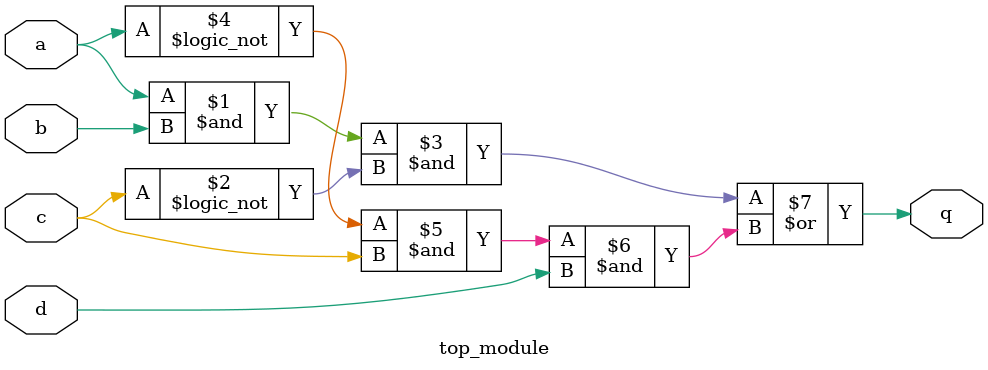
<source format=sv>
module top_module (
	input a, 
	input b, 
	input c, 
	input d,
	output q
);
	
	assign q = (a & b & !c) | (!a & c & d);
	
endmodule

</source>
